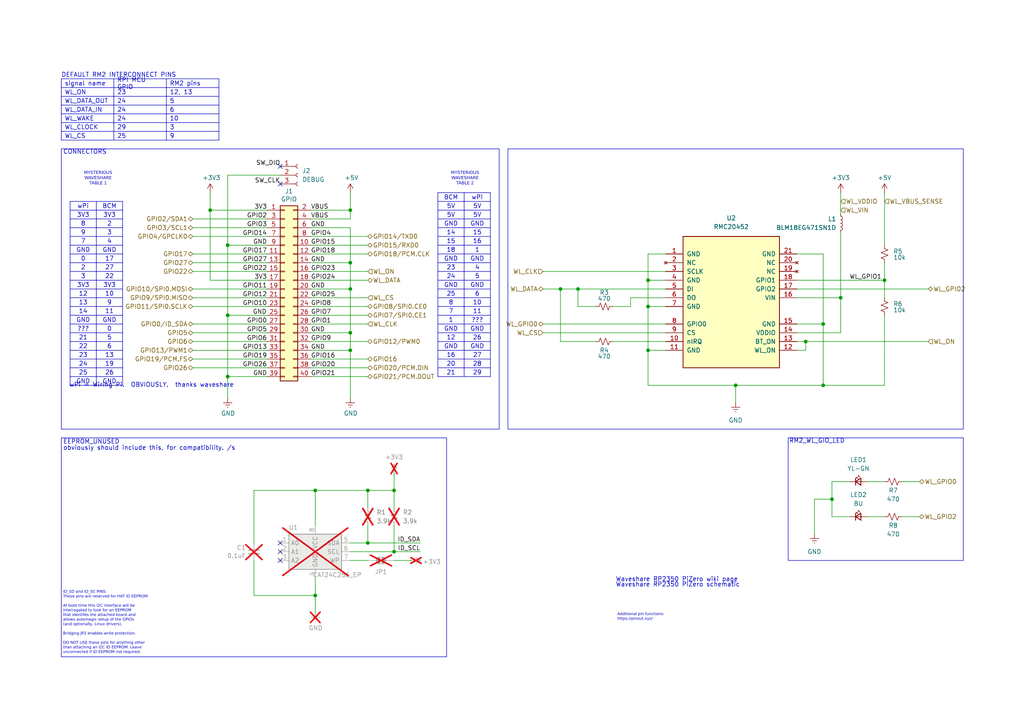
<source format=kicad_sch>
(kicad_sch (version 20250114) (generator "eeschema") (generator_version "9.0")
  (paper "A4")
  (title_block (date "15 nov 2012"))
  (lib_symbols
    (symbol "Connector:Conn_01x03_Socket" (pin_names (offset 1.016) (hide yes))
      (property "Reference" "J" (at 0 5.08 0))
      (property "Value" "Conn_01x03_Socket" (at 0 -5.08 0))
      (symbol "Conn_01x03_Socket_1_1"
        (pin passive line (at -5.08 2.54 0) (length 3.81) (name "Pin_1") (number "1"))
        (pin passive line (at -5.08 0 0) (length 3.81) (name "Pin_2") (number "2"))
        (pin passive line (at -5.08 -2.54 0) (length 3.81) (name "Pin_3") (number "3"))
      )
    )
    (symbol "Connector_Generic:Conn_02x20_Odd_Even" (pin_names (offset 1.016) (hide yes))
      (property "Reference" "J" (at 1.27 25.4 0))
      (property "Value" "Conn_02x20_Odd_Even" (at 1.27 -27.94 0))
      (symbol "Conn_02x20_Odd_Even_1_1"
        (pin passive line (at -5.08 22.86 0) (length 3.81) (name "Pin_1") (number "1"))
        (pin passive line (at -5.08 20.32 0) (length 3.81) (name "Pin_3") (number "3"))
        (pin passive line (at -5.08 17.78 0) (length 3.81) (name "Pin_5") (number "5"))
        (pin passive line (at -5.08 15.24 0) (length 3.81) (name "Pin_7") (number "7"))
        (pin passive line (at -5.08 12.7 0) (length 3.81) (name "Pin_9") (number "9"))
        (pin passive line (at -5.08 10.16 0) (length 3.81) (name "Pin_11") (number "11"))
        (pin passive line (at -5.08 7.62 0) (length 3.81) (name "Pin_13") (number "13"))
        (pin passive line (at -5.08 5.08 0) (length 3.81) (name "Pin_15") (number "15"))
        (pin passive line (at -5.08 2.54 0) (length 3.81) (name "Pin_17") (number "17"))
        (pin passive line (at -5.08 0 0) (length 3.81) (name "Pin_19") (number "19"))
        (pin passive line (at -5.08 -2.54 0) (length 3.81) (name "Pin_21") (number "21"))
        (pin passive line (at -5.08 -5.08 0) (length 3.81) (name "Pin_23") (number "23"))
        (pin passive line (at -5.08 -7.62 0) (length 3.81) (name "Pin_25") (number "25"))
        (pin passive line (at -5.08 -10.16 0) (length 3.81) (name "Pin_27") (number "27"))
        (pin passive line (at -5.08 -12.7 0) (length 3.81) (name "Pin_29") (number "29"))
        (pin passive line (at -5.08 -15.24 0) (length 3.81) (name "Pin_31") (number "31"))
        (pin passive line (at -5.08 -17.78 0) (length 3.81) (name "Pin_33") (number "33"))
        (pin passive line (at -5.08 -20.32 0) (length 3.81) (name "Pin_35") (number "35"))
        (pin passive line (at -5.08 -22.86 0) (length 3.81) (name "Pin_37") (number "37"))
        (pin passive line (at -5.08 -25.4 0) (length 3.81) (name "Pin_39") (number "39"))
        (pin passive line (at 7.62 22.86 180) (length 3.81) (name "Pin_2") (number "2"))
        (pin passive line (at 7.62 20.32 180) (length 3.81) (name "Pin_4") (number "4"))
        (pin passive line (at 7.62 17.78 180) (length 3.81) (name "Pin_6") (number "6"))
        (pin passive line (at 7.62 15.24 180) (length 3.81) (name "Pin_8") (number "8"))
        (pin passive line (at 7.62 12.7 180) (length 3.81) (name "Pin_10") (number "10"))
        (pin passive line (at 7.62 10.16 180) (length 3.81) (name "Pin_12") (number "12"))
        (pin passive line (at 7.62 7.62 180) (length 3.81) (name "Pin_14") (number "14"))
        (pin passive line (at 7.62 5.08 180) (length 3.81) (name "Pin_16") (number "16"))
        (pin passive line (at 7.62 2.54 180) (length 3.81) (name "Pin_18") (number "18"))
        (pin passive line (at 7.62 0 180) (length 3.81) (name "Pin_20") (number "20"))
        (pin passive line (at 7.62 -2.54 180) (length 3.81) (name "Pin_22") (number "22"))
        (pin passive line (at 7.62 -5.08 180) (length 3.81) (name "Pin_24") (number "24"))
        (pin passive line (at 7.62 -7.62 180) (length 3.81) (name "Pin_26") (number "26"))
        (pin passive line (at 7.62 -10.16 180) (length 3.81) (name "Pin_28") (number "28"))
        (pin passive line (at 7.62 -12.7 180) (length 3.81) (name "Pin_30") (number "30"))
        (pin passive line (at 7.62 -15.24 180) (length 3.81) (name "Pin_32") (number "32"))
        (pin passive line (at 7.62 -17.78 180) (length 3.81) (name "Pin_34") (number "34"))
        (pin passive line (at 7.62 -20.32 180) (length 3.81) (name "Pin_36") (number "36"))
        (pin passive line (at 7.62 -22.86 180) (length 3.81) (name "Pin_38") (number "38"))
        (pin passive line (at 7.62 -25.4 180) (length 3.81) (name "Pin_40") (number "40"))
      )
    )
    (symbol "Device:C_Small_US" (pin_numbers (hide yes)) (pin_names (offset 0.254) (hide yes))
      (property "Reference" "C" (at 0.254 1.778 0))
      (property "Value" "C_Small_US" (at 0.254 -2.032 0))
      (symbol "C_Small_US_1_1"
        (pin passive line (at 0 2.54 270) (length 2.032) (name "~") (number "1"))
        (pin passive line (at 0 -2.54 90) (length 2.032) (name "~") (number "2"))
      )
    )
    (symbol "Device:L_Small" (pin_numbers (hide yes)) (pin_names (offset 0.254) (hide yes))
      (property "Reference" "L" (at 0.762 1.016 0))
      (property "Value" "L_Small" (at 0.762 -1.016 0))
      (symbol "L_Small_1_1"
        (pin passive line (at 0 2.54 270) (length 0.508) (name "~") (number "1"))
        (pin passive line (at 0 -2.54 90) (length 0.508) (name "~") (number "2"))
      )
    )
    (symbol "Device:R_Small_US" (pin_numbers (hide yes)) (pin_names (offset 0.254) (hide yes))
      (property "Reference" "R" (at 0.762 0.508 0))
      (property "Value" "R_Small_US" (at 0.762 -1.016 0))
      (symbol "R_Small_US_1_1"
        (pin passive line (at 0 2.54 270) (length 1.016) (name "~") (number "1"))
        (pin passive line (at 0 -2.54 90) (length 1.016) (name "~") (number "2"))
      )
    )
    (symbol "GND_1" (power) (pin_numbers (hide yes)) (pin_names (offset 0) (hide yes))
      (property "Value" "GND" (at 0 -3.81 0))
      (symbol "GND_1_1_1"
        (pin power_in line (at 0 0 270) (length 0) (name "~") (number "1"))
      )
    )
    (symbol "GND_2" (power) (pin_numbers (hide yes)) (pin_names (offset 0) (hide yes))
      (property "Value" "GND" (at 0 -3.81 0))
      (symbol "GND_2_1_1"
        (pin power_in line (at 0 0 270) (length 0) (name "~") (number "1"))
      )
    )
    (symbol "GND_3" (power) (pin_numbers (hide yes)) (pin_names (offset 0) (hide yes))
      (property "Value" "GND" (at 0 -3.81 0))
      (symbol "GND_3_1_1"
        (pin power_in line (at 0 0 270) (length 0) (name "~") (number "1"))
      )
    )
    (symbol "GND_4" (power) (pin_numbers (hide yes)) (pin_names (offset 0) (hide yes))
      (property "Value" "GND" (at 0 -3.81 0))
      (symbol "GND_4_1_1"
        (pin power_in line (at 0 0 270) (length 0) (name "~") (number "1"))
      )
    )
    (symbol "Jumper:SolderJumper_2_Open" (pin_numbers (hide yes)) (pin_names (offset 0) (hide yes)) (in_bom no)
      (property "Reference" "JP" (at 0 2.032 0))
      (property "Value" "SolderJumper_2_Open" (at 0 -2.54 0))
      (symbol "SolderJumper_2_Open_1_1"
        (pin passive line (at -3.81 0 0) (length 2.54) (name "A") (number "1"))
        (pin passive line (at 3.81 0 180) (length 2.54) (name "B") (number "2"))
      )
    )
    (symbol "bad-symbol-edits:CAT24C256_EP"
      (property "Reference" "U1" (at -6.35 7.0042 0))
      (property "Value" "CAT24C256_EP" (at 6.35 -6.7245 0))
      (symbol "CAT24C256_EP_1_1"
        (pin input line (at -10.16 2.54 0) (length 2.54) (name "A0") (number "1"))
        (pin input line (at -10.16 0 0) (length 2.54) (name "A1") (number "2"))
        (pin input line (at -10.16 -2.54 0) (length 2.54) (name "A2") (number "3"))
        (pin power_in line (at 0 7.62 270) (length 2.54) (name "VCC") (number "8"))
        (pin power_in line (at 0 -7.62 90) (length 2.54) (name "GND") (number "4"))
        (pin power_in line (at 0 -7.62 90) (length 2.54) (hide yes) (name "EP") (number "9"))
        (pin bidirectional line (at 10.16 2.54 180) (length 2.54) (name "SDA") (number "5"))
        (pin input line (at 10.16 0 180) (length 2.54) (name "SCL") (number "6"))
        (pin input line (at 10.16 -2.54 180) (length 2.54) (name "WP") (number "7"))
      )
    )
    (symbol "bad-symbol-edits:GND" (power) (pin_numbers (hide yes)) (pin_names (offset 0) (hide yes))
      (property "Value" "GND" (at 0 -3.81 0))
      (symbol "GND_1_1"
        (pin power_in line (at 0 0 270) (length 0) (name "~") (number "1"))
      )
    )
    (symbol "bad-symbol-edits:RPI_RMC20452T_edit" (pin_names (offset 1.016))
      (property "Reference" "A" (at 13.97 4.064 0))
      (property "Value" "RMC20452" (at 13.97 2.032 0))
      (symbol "RPI_RMC20452T_edit_1_0"
        (pin output line (at -5.08 -17.78 0) (length 5.08) (name "DO") (number "6"))
        (pin power_in line (at -5.08 -20.32 0) (length 5.08) (name "GND") (number "7"))
        (pin bidirectional line (at -5.08 -25.4 0) (length 5.08) (name "GPIO0") (number "8"))
        (pin input line (at -5.08 -27.94 0) (length 5.08) (name "CS") (number "9"))
        (pin output line (at -5.08 -30.48 0) (length 5.08) (name "nIRQ") (number "10"))
        (pin power_in line (at -5.08 -33.02 0) (length 5.08) (name "GND") (number "11"))
        (pin power_in line (at 33.02 -5.08 180) (length 5.08) (name "GND") (number "21"))
        (pin bidirectional line (at 33.02 -12.7 180) (length 5.08) (name "GPIO1") (number "18"))
        (pin bidirectional line (at 33.02 -15.24 180) (length 5.08) (name "GPIO2") (number "17"))
        (pin power_in line (at 33.02 -17.78 180) (length 5.08) (name "VIN") (number "16"))
        (pin power_in line (at 33.02 -25.4 180) (length 5.08) (name "GND") (number "15"))
        (pin power_in line (at 33.02 -27.94 180) (length 5.08) (name "VDDIO") (number "14"))
        (pin input line (at 33.02 -30.48 180) (length 5.08) (name "BT_ON") (number "13"))
        (pin input line (at 33.02 -33.02 180) (length 5.08) (name "WL_ON") (number "12"))
      )
      (symbol "RPI_RMC20452T_edit_1_1"
        (pin power_in line (at -5.08 -5.08 0) (length 5.08) (name "GND") (number "1"))
        (pin no_connect line (at -5.08 -7.62 0) (length 5.08) (name "NC") (number "2"))
        (pin input line (at -5.08 -10.16 0) (length 5.08) (name "SCLK") (number "3"))
        (pin power_in line (at -5.08 -12.7 0) (length 5.08) (name "GND") (number "4"))
        (pin input line (at -5.08 -15.24 0) (length 5.08) (name "DI") (number "5"))
        (pin no_connect line (at 33.02 -7.62 180) (length 5.08) (name "NC") (number "20"))
        (pin no_connect line (at 33.02 -10.16 180) (length 5.08) (name "NC") (number "19"))
      )
    )
    (symbol "leds-added:599-0060-007F" (pin_numbers (hide yes)) (pin_names (offset 0.762) (hide yes))
      (property "Reference" "LED" (at 0 5.334 0))
      (property "Value" "599-0060-007F" (at 0 2.794 0))
      (symbol "599-0060-007F_1_1"
        (pin passive line (at 0 0 0) (length 1.778) (name "K") (number "1"))
        (pin passive line (at 5.08 0 180) (length 1.778) (name "A") (number "2"))
      )
    )
    (symbol "leds-added:599-0090-137F" (pin_numbers (hide yes)) (pin_names (offset 0.762) (hide yes))
      (property "Reference" "LED2" (at 2.6035 6.35 0))
      (property "Value" "BU" (at 2.6035 3.81 0))
      (symbol "599-0090-137F_1_1"
        (pin passive line (at 0 0 0) (length 1.778) (name "K") (number "1"))
        (pin passive line (at 5.08 0 180) (length 1.778) (name "A") (number "2"))
      )
    )
    (symbol "power:+3.3V" (power) (pin_numbers (hide yes)) (pin_names (offset 0) (hide yes))
      (property "Value" "+3.3V" (at 0 3.556 0))
      (symbol "+3.3V_1_1"
        (pin power_in line (at 0 0 90) (length 0) (name "~") (number "1"))
      )
    )
    (symbol "power:+3V3" (power) (pin_numbers (hide yes)) (pin_names (offset 0) (hide yes))
      (property "Value" "+3V3" (at 0 3.556 0))
      (symbol "+3V3_1_1"
        (pin power_in line (at 0 0 90) (length 0) (name "~") (number "1"))
      )
    )
    (symbol "power:+5V" (power) (pin_numbers (hide yes)) (pin_names (offset 0) (hide yes))
      (property "Value" "+5V" (at 0 3.556 0))
      (symbol "+5V_1_1"
        (pin power_in line (at 0 0 90) (length 0) (name "~") (number "1"))
      )
    )
  )
  (bus_alias "ANALOG" (members "ADC_VREF" "AGND" "GPIO26" "GPIO27" "GPIO28"))
  (bus_alias "GPIO[0..15]" (members "GPIO0" "GPIO1" "GPIO2" "GPIO3" "GPIO4" "GPIO5" "GPIO6" "GPIO7" "GPIO8" "GPIO9" "GPIO10" "GPIO11" "GPIO12" "GPIO13" "GPIO14" "GPIO15"))
  (bus_alias "GPIO[16..28" (members "3V3_EN" "ADC_VREF" "RUN" "GPIO28" "GPIO27" "GPIO26" "GPIO22" "GPIO21" "GPIO20" "GPIO19" "GPIO18" "GPIO17" "GPIO16"))
  (rectangle (start 228.6 127) (end 279.4 162.56))
  (rectangle (start 147.32 43.18) (end 279.4 124.46))
  (rectangle (start 17.78 127) (end 129.54 190.5))
  (rectangle (start 17.78 43.18) (end 144.78 124.46))
  (text "wPi = Wiring Pi.  OBVIOUSLY.  thanks waveshare" (at 20.066 111.76 0) (effects (font (size 1.27 1.27)) (justify left)))
  (text "MYSTERIOUS\nWAVESHARE\nTABLE 2\n" (at 134.874 52.07 0) (effects (font (size 0.9 0.9))))
  (text "obviously should include this, for compatibility. /s\n" (at 18.288 130.048 0) (effects (font (size 1.27 1.27)) (justify left)))
  (text "Waveshare RP2350 PiZero schematic" (at 178.562 169.672 0) (effects (font (size 1.27 1.27)) (justify left)))
  (text "Waveshare RP2350 PiZero wiki page" (at 178.562 168.148 0) (effects (font (size 1.27 1.27)) (justify left)))
  (text "ID_SD and ID_SC PINS:\nThese pins are reserved for HAT ID EEPROM.\n\nAt boot time this I2C interface will be\ninterrogated to look for an EEPROM\nthat identifes the attached board and\nallows automagic setup of the GPIOs\n(and optionally, Linux drivers).\n\nBridging JP1 enables write protection.\n\nDO NOT USE these pins for anything other\nthan attaching an I2C ID EEPROM. Leave\nunconnected if ID EEPROM not required." (at 18.288 189.992 0) (effects (font (size 0.8 0.8)) (justify left bottom)))
  (text "EEPROM_UNUSED" (at 18.288 127.508 0) (effects (font (size 1.27 1.27)) (justify left top)))
  (text "DEFAULT RM2 INTERCONNECT PINS" (at 17.78 22.606 0) (effects (font (size 1.27 1.27)) (justify left bottom)))
  (text "RM2_WL_GIO_LED" (at 228.854 127.254 0) (effects (font (size 1.27 1.27)) (justify left top)))
  (text "MYSTERIOUS\nWAVESHARE\nTABLE 1\n" (at 28.448 52.07 0) (effects (font (size 0.9 0.9))))
  (text "CONNECTORS" (at 18.288 43.434 0) (effects (font (size 1.27 1.27)) (justify left top)))
  (text "Additional pin functions:\nhttps://pinout.xyz/" (at 179.07 180.34 0) (effects (font (size 0.8 0.8)) (justify left bottom)))
  (junction (at 233.68 99.06))
  (junction (at 66.04 71.12))
  (junction (at 114.3 142.24))
  (junction (at 101.6 83.82))
  (junction (at 187.96 101.6))
  (junction (at 101.6 60.96))
  (junction (at 106.68 157.48))
  (junction (at 91.44 172.72))
  (junction (at 101.6 96.52))
  (junction (at 213.36 111.76))
  (junction (at 101.6 76.2))
  (junction (at 256.54 81.28))
  (junction (at 167.64 83.82))
  (junction (at 91.44 142.24))
  (junction (at 106.68 142.24))
  (junction (at 66.04 109.22))
  (junction (at 187.96 88.9))
  (junction (at 60.96 60.96))
  (junction (at 243.84 86.36))
  (junction (at 66.04 91.44))
  (junction (at 238.76 111.76))
  (junction (at 162.56 83.82))
  (junction (at 114.3 160.02))
  (junction (at 187.96 81.28))
  (junction (at 101.6 101.6))
  (junction (at 238.76 93.98))
  (junction (at 241.3 144.78))
  (no_connect (at 81.28 157.48))
  (no_connect (at 81.28 160.02))
  (no_connect (at 81.28 162.56))
  (no_connect (at 81.28 48.26))
  (no_connect (at 81.28 53.34))
  (wire (pts (xy 213.36 111.76) (xy 213.36 116.84)))
  (wire (pts (xy 66.04 50.8) (xy 66.04 71.12)))
  (wire (pts (xy 77.47 73.66) (xy 55.88 73.66)))
  (wire (pts (xy 73.66 142.24) (xy 91.44 142.24)))
  (wire (pts (xy 114.3 137.16) (xy 114.3 142.24)))
  (wire (pts (xy 261.62 139.7) (xy 266.7 139.7)))
  (wire (pts (xy 106.68 142.24) (xy 114.3 142.24)))
  (wire (pts (xy 243.84 55.88) (xy 243.84 62.23)))
  (wire (pts (xy 90.17 109.22) (xy 106.68 109.22)))
  (wire (pts (xy 101.6 60.96) (xy 101.6 63.5)))
  (wire (pts (xy 231.14 93.98) (xy 238.76 93.98)))
  (wire (pts (xy 90.17 76.2) (xy 101.6 76.2)))
  (wire (pts (xy 90.17 66.04) (xy 101.6 66.04)))
  (wire (pts (xy 187.96 73.66) (xy 187.96 81.28)))
  (wire (pts (xy 256.54 81.28) (xy 256.54 76.2)))
  (wire (pts (xy 90.17 106.68) (xy 106.68 106.68)))
  (wire (pts (xy 238.76 93.98) (xy 238.76 111.76)))
  (wire (pts (xy 167.64 88.9) (xy 167.64 83.82)))
  (wire (pts (xy 182.88 86.36) (xy 193.04 86.36)))
  (wire (pts (xy 90.17 86.36) (xy 106.68 86.36)))
  (wire (pts (xy 101.6 157.48) (xy 106.68 157.48)))
  (wire (pts (xy 66.04 71.12) (xy 77.47 71.12)))
  (wire (pts (xy 101.6 162.56) (xy 106.68 162.56)))
  (wire (pts (xy 114.3 162.56) (xy 119.38 162.56)))
  (wire (pts (xy 77.47 93.98) (xy 55.88 93.98)))
  (wire (pts (xy 55.88 96.52) (xy 77.47 96.52)))
  (wire (pts (xy 106.68 157.48) (xy 121.92 157.48)))
  (wire (pts (xy 236.22 154.94) (xy 236.22 144.78)))
  (wire (pts (xy 90.17 63.5) (xy 101.6 63.5)))
  (wire (pts (xy 241.3 149.86) (xy 246.38 149.86)))
  (wire (pts (xy 243.84 67.31) (xy 243.84 86.36)))
  (wire (pts (xy 66.04 91.44) (xy 77.47 91.44)))
  (wire (pts (xy 187.96 81.28) (xy 193.04 81.28)))
  (wire (pts (xy 172.72 88.9) (xy 167.64 88.9)))
  (wire (pts (xy 101.6 101.6) (xy 101.6 115.57)))
  (wire (pts (xy 91.44 142.24) (xy 91.44 152.4)))
  (wire (pts (xy 101.6 76.2) (xy 101.6 83.82)))
  (wire (pts (xy 187.96 88.9) (xy 187.96 101.6)))
  (wire (pts (xy 90.17 71.12) (xy 106.68 71.12)))
  (wire (pts (xy 167.64 83.82) (xy 193.04 83.82)))
  (wire (pts (xy 66.04 71.12) (xy 66.04 91.44)))
  (wire (pts (xy 55.88 76.2) (xy 77.47 76.2)))
  (wire (pts (xy 114.3 152.4) (xy 114.3 160.02)))
  (wire (pts (xy 90.17 81.28) (xy 106.68 81.28)))
  (wire (pts (xy 60.96 55.88) (xy 60.96 60.96)))
  (wire (pts (xy 162.56 83.82) (xy 162.56 99.06)))
  (wire (pts (xy 182.88 86.36) (xy 182.88 88.9)))
  (wire (pts (xy 55.88 66.04) (xy 77.47 66.04)))
  (wire (pts (xy 243.84 86.36) (xy 243.84 96.52)))
  (wire (pts (xy 231.14 99.06) (xy 233.68 99.06)))
  (wire (pts (xy 251.46 149.86) (xy 256.54 149.86)))
  (wire (pts (xy 55.88 88.9) (xy 77.47 88.9)))
  (wire (pts (xy 157.48 83.82) (xy 162.56 83.82)))
  (wire (pts (xy 182.88 88.9) (xy 177.8 88.9)))
  (wire (pts (xy 60.96 81.28) (xy 77.47 81.28)))
  (wire (pts (xy 77.47 63.5) (xy 55.88 63.5)))
  (wire (pts (xy 157.48 78.74) (xy 193.04 78.74)))
  (wire (pts (xy 101.6 55.88) (xy 101.6 60.96)))
  (wire (pts (xy 90.17 104.14) (xy 106.68 104.14)))
  (wire (pts (xy 162.56 83.82) (xy 167.64 83.82)))
  (wire (pts (xy 90.17 93.98) (xy 106.68 93.98)))
  (wire (pts (xy 241.3 139.7) (xy 241.3 144.78)))
  (wire (pts (xy 231.14 86.36) (xy 243.84 86.36)))
  (wire (pts (xy 177.8 99.06) (xy 193.04 99.06)))
  (wire (pts (xy 55.88 68.58) (xy 77.47 68.58)))
  (wire (pts (xy 106.68 142.24) (xy 106.68 147.32)))
  (wire (pts (xy 157.48 93.98) (xy 193.04 93.98)))
  (wire (pts (xy 106.68 152.4) (xy 106.68 157.48)))
  (wire (pts (xy 60.96 60.96) (xy 60.96 81.28)))
  (wire (pts (xy 90.17 73.66) (xy 106.68 73.66)))
  (wire (pts (xy 233.68 99.06) (xy 269.24 99.06)))
  (wire (pts (xy 101.6 160.02) (xy 114.3 160.02)))
  (wire (pts (xy 81.28 50.8) (xy 66.04 50.8)))
  (wire (pts (xy 90.17 83.82) (xy 101.6 83.82)))
  (wire (pts (xy 246.38 139.7) (xy 241.3 139.7)))
  (wire (pts (xy 55.88 78.74) (xy 77.47 78.74)))
  (wire (pts (xy 55.88 86.36) (xy 77.47 86.36)))
  (wire (pts (xy 261.62 149.86) (xy 266.7 149.86)))
  (wire (pts (xy 90.17 60.96) (xy 101.6 60.96)))
  (wire (pts (xy 231.14 96.52) (xy 243.84 96.52)))
  (wire (pts (xy 231.14 81.28) (xy 256.54 81.28)))
  (wire (pts (xy 251.46 139.7) (xy 256.54 139.7)))
  (wire (pts (xy 91.44 142.24) (xy 106.68 142.24)))
  (wire (pts (xy 193.04 73.66) (xy 187.96 73.66)))
  (wire (pts (xy 55.88 99.06) (xy 77.47 99.06)))
  (wire (pts (xy 187.96 111.76) (xy 213.36 111.76)))
  (wire (pts (xy 236.22 144.78) (xy 241.3 144.78)))
  (wire (pts (xy 233.68 101.6) (xy 231.14 101.6)))
  (wire (pts (xy 55.88 104.14) (xy 77.47 104.14)))
  (wire (pts (xy 91.44 172.72) (xy 91.44 177.8)))
  (wire (pts (xy 187.96 81.28) (xy 187.96 88.9)))
  (wire (pts (xy 90.17 68.58) (xy 106.68 68.58)))
  (wire (pts (xy 66.04 109.22) (xy 77.47 109.22)))
  (wire (pts (xy 90.17 91.44) (xy 106.68 91.44)))
  (wire (pts (xy 101.6 83.82) (xy 101.6 96.52)))
  (wire (pts (xy 241.3 144.78) (xy 241.3 149.86)))
  (wire (pts (xy 238.76 111.76) (xy 256.54 111.76)))
  (wire (pts (xy 114.3 160.02) (xy 121.92 160.02)))
  (wire (pts (xy 256.54 81.28) (xy 256.54 86.36)))
  (wire (pts (xy 90.17 101.6) (xy 101.6 101.6)))
  (wire (pts (xy 55.88 106.68) (xy 77.47 106.68)))
  (wire (pts (xy 187.96 101.6) (xy 193.04 101.6)))
  (wire (pts (xy 90.17 96.52) (xy 101.6 96.52)))
  (wire (pts (xy 231.14 73.66) (xy 238.76 73.66)))
  (wire (pts (xy 238.76 73.66) (xy 238.76 93.98)))
  (wire (pts (xy 187.96 88.9) (xy 193.04 88.9)))
  (wire (pts (xy 213.36 111.76) (xy 238.76 111.76)))
  (wire (pts (xy 73.66 142.24) (xy 73.66 157.48)))
  (wire (pts (xy 73.66 162.56) (xy 73.66 172.72)))
  (wire (pts (xy 73.66 172.72) (xy 91.44 172.72)))
  (wire (pts (xy 256.54 91.44) (xy 256.54 111.76)))
  (wire (pts (xy 91.44 167.64) (xy 91.44 172.72)))
  (wire (pts (xy 231.14 83.82) (xy 269.24 83.82)))
  (wire (pts (xy 101.6 66.04) (xy 101.6 76.2)))
  (wire (pts (xy 66.04 91.44) (xy 66.04 109.22)))
  (wire (pts (xy 77.47 101.6) (xy 55.88 101.6)))
  (wire (pts (xy 256.54 55.88) (xy 256.54 71.12)))
  (wire (pts (xy 162.56 99.06) (xy 172.72 99.06)))
  (wire (pts (xy 157.48 96.52) (xy 193.04 96.52)))
  (wire (pts (xy 101.6 96.52) (xy 101.6 101.6)))
  (wire (pts (xy 90.17 78.74) (xy 106.68 78.74)))
  (wire (pts (xy 90.17 88.9) (xy 106.68 88.9)))
  (wire (pts (xy 233.68 99.06) (xy 233.68 101.6)))
  (wire (pts (xy 60.96 60.96) (xy 77.47 60.96)))
  (wire (pts (xy 90.17 99.06) (xy 106.68 99.06)))
  (wire (pts (xy 66.04 109.22) (xy 66.04 115.57)))
  (wire (pts (xy 187.96 101.6) (xy 187.96 111.76)))
  (wire (pts (xy 77.47 83.82) (xy 55.88 83.82)))
  (wire (pts (xy 114.3 142.24) (xy 114.3 147.32)))
  (table (column_count 2) (border (external yes) (header yes)) (separators (rows yes) (cols yes)) (column_widths 7.62 7.62) (row_heights 2.54 2.54 2.54 2.54 2.54 2.54 2.54 2.54 2.54 2.54 2.54 2.54 2.54 2.54 2.54 2.54 2.54 2.54 2.54 2.54 2.54) (cells (table_cell "wPi" (at 20.32 58.42 0) (size 7.62 2.54) (margins 0.9525 0.9525 0.9525 0.9525) (span 1 1)) (table_cell "BCM" (at 27.94 58.42 0) (size 7.62 2.54) (margins 0.9525 0.9525 0.9525 0.9525) (span 1 1)) (table_cell "3V3" (at 20.32 60.96 0) (size 7.62 2.54) (margins 0.9525 0.9525 0.9525 0.9525) (span 1 1)) (table_cell "3V3" (at 27.94 60.96 0) (size 7.62 2.54) (margins 0.9525 0.9525 0.9525 0.9525) (span 1 1)) (table_cell "8" (at 20.32 63.5 0) (size 7.62 2.54) (margins 0.9525 0.9525 0.9525 0.9525) (span 1 1)) (table_cell "2" (at 27.94 63.5 0) (size 7.62 2.54) (margins 0.9525 0.9525 0.9525 0.9525) (span 1 1)) (table_cell "9" (at 20.32 66.04 0) (size 7.62 2.54) (margins 0.9525 0.9525 0.9525 0.9525) (span 1 1)) (table_cell "3" (at 27.94 66.04 0) (size 7.62 2.54) (margins 0.9525 0.9525 0.9525 0.9525) (span 1 1)) (table_cell "7" (at 20.32 68.58 0) (size 7.62 2.54) (margins 0.9525 0.9525 0.9525 0.9525) (span 1 1)) (table_cell "4" (at 27.94 68.58 0) (size 7.62 2.54) (margins 0.9525 0.9525 0.9525 0.9525) (span 1 1)) (table_cell "GND" (at 20.32 71.12 0) (size 7.62 2.54) (margins 0.9525 0.9525 0.9525 0.9525) (span 1 1)) (table_cell "GND" (at 27.94 71.12 0) (size 7.62 2.54) (margins 0.9525 0.9525 0.9525 0.9525) (span 1 1)) (table_cell "0" (at 20.32 73.66 0) (size 7.62 2.54) (margins 0.9525 0.9525 0.9525 0.9525) (span 1 1)) (table_cell "17" (at 27.94 73.66 0) (size 7.62 2.54) (margins 0.9525 0.9525 0.9525 0.9525) (span 1 1)) (table_cell "2" (at 20.32 76.2 0) (size 7.62 2.54) (margins 0.9525 0.9525 0.9525 0.9525) (span 1 1)) (table_cell "27" (at 27.94 76.2 0) (size 7.62 2.54) (margins 0.9525 0.9525 0.9525 0.9525) (span 1 1)) (table_cell "3" (at 20.32 78.74 0) (size 7.62 2.54) (margins 0.9525 0.9525 0.9525 0.9525) (span 1 1)) (table_cell "22" (at 27.94 78.74 0) (size 7.62 2.54) (margins 0.9525 0.9525 0.9525 0.9525) (span 1 1)) (table_cell "3V3" (at 20.32 81.28 0) (size 7.62 2.54) (margins 0.9525 0.9525 0.9525 0.9525) (span 1 1)) (table_cell "3V3" (at 27.94 81.28 0) (size 7.62 2.54) (margins 0.9525 0.9525 0.9525 0.9525) (span 1 1)) (table_cell "12" (at 20.32 83.82 0) (size 7.62 2.54) (margins 0.9525 0.9525 0.9525 0.9525) (span 1 1)) (table_cell "10" (at 27.94 83.82 0) (size 7.62 2.54) (margins 0.9525 0.9525 0.9525 0.9525) (span 1 1)) (table_cell "13" (at 20.32 86.36 0) (size 7.62 2.54) (margins 0.9525 0.9525 0.9525 0.9525) (span 1 1)) (table_cell "9" (at 27.94 86.36 0) (size 7.62 2.54) (margins 0.9525 0.9525 0.9525 0.9525) (span 1 1)) (table_cell "14" (at 20.32 88.9 0) (size 7.62 2.54) (margins 0.9525 0.9525 0.9525 0.9525) (span 1 1)) (table_cell "11" (at 27.94 88.9 0) (size 7.62 2.54) (margins 0.9525 0.9525 0.9525 0.9525) (span 1 1)) (table_cell "GND" (at 20.32 91.44 0) (size 7.62 2.54) (margins 0.9525 0.9525 0.9525 0.9525) (span 1 1)) (table_cell "GND" (at 27.94 91.44 0) (size 7.62 2.54) (margins 0.9525 0.9525 0.9525 0.9525) (span 1 1)) (table_cell "???" (at 20.32 93.98 0) (size 7.62 2.54) (margins 0.9525 0.9525 0.9525 0.9525) (span 1 1)) (table_cell "0" (at 27.94 93.98 0) (size 7.62 2.54) (margins 0.9525 0.9525 0.9525 0.9525) (span 1 1)) (table_cell "21" (at 20.32 96.52 0) (size 7.62 2.54) (margins 0.9525 0.9525 0.9525 0.9525) (span 1 1)) (table_cell "5" (at 27.94 96.52 0) (size 7.62 2.54) (margins 0.9525 0.9525 0.9525 0.9525) (span 1 1)) (table_cell "22" (at 20.32 99.06 0) (size 7.62 2.54) (margins 0.9525 0.9525 0.9525 0.9525) (span 1 1)) (table_cell "6" (at 27.94 99.06 0) (size 7.62 2.54) (margins 0.9525 0.9525 0.9525 0.9525) (span 1 1)) (table_cell "23" (at 20.32 101.6 0) (size 7.62 2.54) (margins 0.9525 0.9525 0.9525 0.9525) (span 1 1)) (table_cell "13" (at 27.94 101.6 0) (size 7.62 2.54) (margins 0.9525 0.9525 0.9525 0.9525) (span 1 1)) (table_cell "24" (at 20.32 104.14 0) (size 7.62 2.54) (margins 0.9525 0.9525 0.9525 0.9525) (span 1 1)) (table_cell "19" (at 27.94 104.14 0) (size 7.62 2.54) (margins 0.9525 0.9525 0.9525 0.9525) (span 1 1)) (table_cell "25" (at 20.32 106.68 0) (size 7.62 2.54) (margins 0.9525 0.9525 0.9525 0.9525) (span 1 1)) (table_cell "26" (at 27.94 106.68 0) (size 7.62 2.54) (margins 0.9525 0.9525 0.9525 0.9525) (span 1 1)) (table_cell "GND" (at 20.32 109.22 0) (size 7.62 2.54) (margins 0.9525 0.9525 0.9525 0.9525) (span 1 1)) (table_cell "GND" (at 27.94 109.22 0) (size 7.62 2.54) (margins 0.9525 0.9525 0.9525 0.9525) (span 1 1))))
  (table (column_count 2) (border (external yes) (header yes)) (separators (rows yes) (cols yes)) (column_widths 7.62 7.62) (row_heights 2.54 2.54 2.54 2.54 2.54 2.54 2.54 2.54 2.54 2.54 2.54 2.54 2.54 2.54 2.54 2.54 2.54 2.54 2.54 2.54 2.54) (cells (table_cell "BCM" (at 127 55.88 0) (size 7.62 2.54) (margins 0.9525 0.9525 0.9525 0.9525) (span 1 1)) (table_cell "wPi" (at 134.62 55.88 0) (size 7.62 2.54) (margins 0.9525 0.9525 0.9525 0.9525) (span 1 1)) (table_cell "5V" (at 127 58.42 0) (size 7.62 2.54) (margins 0.9525 0.9525 0.9525 0.9525) (span 1 1)) (table_cell "5V" (at 134.62 58.42 0) (size 7.62 2.54) (margins 0.9525 0.9525 0.9525 0.9525) (span 1 1)) (table_cell "5V" (at 127 60.96 0) (size 7.62 2.54) (margins 0.9525 0.9525 0.9525 0.9525) (span 1 1)) (table_cell "5V" (at 134.62 60.96 0) (size 7.62 2.54) (margins 0.9525 0.9525 0.9525 0.9525) (span 1 1)) (table_cell "GND" (at 127 63.5 0) (size 7.62 2.54) (margins 0.9525 0.9525 0.9525 0.9525) (span 1 1)) (table_cell "GND" (at 134.62 63.5 0) (size 7.62 2.54) (margins 0.9525 0.9525 0.9525 0.9525) (span 1 1)) (table_cell "14" (at 127 66.04 0) (size 7.62 2.54) (margins 0.9525 0.9525 0.9525 0.9525) (span 1 1)) (table_cell "15" (at 134.62 66.04 0) (size 7.62 2.54) (margins 0.9525 0.9525 0.9525 0.9525) (span 1 1)) (table_cell "15" (at 127 68.58 0) (size 7.62 2.54) (margins 0.9525 0.9525 0.9525 0.9525) (span 1 1)) (table_cell "16" (at 134.62 68.58 0) (size 7.62 2.54) (margins 0.9525 0.9525 0.9525 0.9525) (span 1 1)) (table_cell "18" (at 127 71.12 0) (size 7.62 2.54) (margins 0.9525 0.9525 0.9525 0.9525) (span 1 1)) (table_cell "1" (at 134.62 71.12 0) (size 7.62 2.54) (margins 0.9525 0.9525 0.9525 0.9525) (span 1 1)) (table_cell "GND" (at 127 73.66 0) (size 7.62 2.54) (margins 0.9525 0.9525 0.9525 0.9525) (span 1 1)) (table_cell "GND" (at 134.62 73.66 0) (size 7.62 2.54) (margins 0.9525 0.9525 0.9525 0.9525) (span 1 1)) (table_cell "23" (at 127 76.2 0) (size 7.62 2.54) (margins 0.9525 0.9525 0.9525 0.9525) (span 1 1)) (table_cell "4" (at 134.62 76.2 0) (size 7.62 2.54) (margins 0.9525 0.9525 0.9525 0.9525) (span 1 1)) (table_cell "24" (at 127 78.74 0) (size 7.62 2.54) (margins 0.9525 0.9525 0.9525 0.9525) (span 1 1)) (table_cell "5" (at 134.62 78.74 0) (size 7.62 2.54) (margins 0.9525 0.9525 0.9525 0.9525) (span 1 1)) (table_cell "GND" (at 127 81.28 0) (size 7.62 2.54) (margins 0.9525 0.9525 0.9525 0.9525) (span 1 1)) (table_cell "GND" (at 134.62 81.28 0) (size 7.62 2.54) (margins 0.9525 0.9525 0.9525 0.9525) (span 1 1)) (table_cell "25" (at 127 83.82 0) (size 7.62 2.54) (margins 0.9525 0.9525 0.9525 0.9525) (span 1 1)) (table_cell "6" (at 134.62 83.82 0) (size 7.62 2.54) (margins 0.9525 0.9525 0.9525 0.9525) (span 1 1)) (table_cell "8" (at 127 86.36 0) (size 7.62 2.54) (margins 0.9525 0.9525 0.9525 0.9525) (span 1 1)) (table_cell "10" (at 134.62 86.36 0) (size 7.62 2.54) (margins 0.9525 0.9525 0.9525 0.9525) (span 1 1)) (table_cell "7" (at 127 88.9 0) (size 7.62 2.54) (margins 0.9525 0.9525 0.9525 0.9525) (span 1 1)) (table_cell "11" (at 134.62 88.9 0) (size 7.62 2.54) (margins 0.9525 0.9525 0.9525 0.9525) (span 1 1)) (table_cell "1" (at 127 91.44 0) (size 7.62 2.54) (margins 0.9525 0.9525 0.9525 0.9525) (span 1 1)) (table_cell "???" (at 134.62 91.44 0) (size 7.62 2.54) (margins 0.9525 0.9525 0.9525 0.9525) (span 1 1)) (table_cell "GND" (at 127 93.98 0) (size 7.62 2.54) (margins 0.9525 0.9525 0.9525 0.9525) (span 1 1)) (table_cell "GND" (at 134.62 93.98 0) (size 7.62 2.54) (margins 0.9525 0.9525 0.9525 0.9525) (span 1 1)) (table_cell "12" (at 127 96.52 0) (size 7.62 2.54) (margins 0.9525 0.9525 0.9525 0.9525) (span 1 1)) (table_cell "26" (at 134.62 96.52 0) (size 7.62 2.54) (margins 0.9525 0.9525 0.9525 0.9525) (span 1 1)) (table_cell "GND" (at 127 99.06 0) (size 7.62 2.54) (margins 0.9525 0.9525 0.9525 0.9525) (span 1 1)) (table_cell "GND" (at 134.62 99.06 0) (size 7.62 2.54) (margins 0.9525 0.9525 0.9525 0.9525) (span 1 1)) (table_cell "16" (at 127 101.6 0) (size 7.62 2.54) (margins 0.9525 0.9525 0.9525 0.9525) (span 1 1)) (table_cell "27" (at 134.62 101.6 0) (size 7.62 2.54) (margins 0.9525 0.9525 0.9525 0.9525) (span 1 1)) (table_cell "20" (at 127 104.14 0) (size 7.62 2.54) (margins 0.9525 0.9525 0.9525 0.9525) (span 1 1)) (table_cell "28" (at 134.62 104.14 0) (size 7.62 2.54) (margins 0.9525 0.9525 0.9525 0.9525) (span 1 1)) (table_cell "21" (at 127 106.68 0) (size 7.62 2.54) (margins 0.9525 0.9525 0.9525 0.9525) (span 1 1)) (table_cell "29" (at 134.62 106.68 0) (size 7.62 2.54) (margins 0.9525 0.9525 0.9525 0.9525) (span 1 1))))
  (table (column_count 3) (border (external yes) (header no)) (separators (rows yes) (cols yes)) (column_widths 15.24 15.24 15.24) (row_heights 2.54 2.54 2.54 2.54 2.54 2.54 2.54) (cells (table_cell "signal name" (at 17.78 22.86 0) (size 15.24 2.54) (margins 0.9525 0.9525 0.9525 0.9525) (span 1 1)) (table_cell "RPI MCU GPIO" (at 33.02 22.86 0) (size 15.24 2.54) (margins 0.9525 0.9525 0.9525 0.9525) (span 1 1)) (table_cell "RM2 pins" (at 48.26 22.86 0) (size 15.24 2.54) (margins 0.9525 0.9525 0.9525 0.9525) (span 1 1)) (table_cell "WL_ON" (at 17.78 25.4 0) (size 15.24 2.54) (margins 0.9525 0.9525 0.9525 0.9525) (span 1 1)) (table_cell "23" (at 33.02 25.4 0) (size 15.24 2.54) (margins 0.9525 0.9525 0.9525 0.9525) (span 1 1)) (table_cell "12, 13" (at 48.26 25.4 0) (size 15.24 2.54) (margins 0.9525 0.9525 0.9525 0.9525) (span 1 1)) (table_cell "WL_DATA_OUT" (at 17.78 27.94 0) (size 15.24 2.54) (margins 0.9525 0.9525 0.9525 0.9525) (span 1 1)) (table_cell "24" (at 33.02 27.94 0) (size 15.24 2.54) (margins 0.9525 0.9525 0.9525 0.9525) (span 1 1)) (table_cell "5" (at 48.26 27.94 0) (size 15.24 2.54) (margins 0.9525 0.9525 0.9525 0.9525) (span 1 1)) (table_cell "WL_DATA_IN" (at 17.78 30.48 0) (size 15.24 2.54) (margins 0.9525 0.9525 0.9525 0.9525) (span 1 1)) (table_cell "24" (at 33.02 30.48 0) (size 15.24 2.54) (margins 0.9525 0.9525 0.9525 0.9525) (span 1 1)) (table_cell "6" (at 48.26 30.48 0) (size 15.24 2.54) (margins 0.9525 0.9525 0.9525 0.9525) (span 1 1)) (table_cell "WL_WAKE" (at 17.78 33.02 0) (size 15.24 2.54) (margins 0.9525 0.9525 0.9525 0.9525) (span 1 1)) (table_cell "24" (at 33.02 33.02 0) (size 15.24 2.54) (margins 0.9525 0.9525 0.9525 0.9525) (span 1 1)) (table_cell "10" (at 48.26 33.02 0) (size 15.24 2.54) (margins 0.9525 0.9525 0.9525 0.9525) (span 1 1)) (table_cell "WL_CLOCK" (at 17.78 35.56 0) (size 15.24 2.54) (margins 0.9525 0.9525 0.9525 0.9525) (span 1 1)) (table_cell "29" (at 33.02 35.56 0) (size 15.24 2.54) (margins 0.9525 0.9525 0.9525 0.9525) (span 1 1)) (table_cell "3" (at 48.26 35.56 0) (size 15.24 2.54) (margins 0.9525 0.9525 0.9525 0.9525) (span 1 1)) (table_cell "WL_CS" (at 17.78 38.1 0) (size 15.24 2.54) (margins 0.9525 0.9525 0.9525 0.9525) (span 1 1)) (table_cell "25" (at 33.02 38.1 0) (size 15.24 2.54) (margins 0.9525 0.9525 0.9525 0.9525) (span 1 1)) (table_cell "9" (at 48.26 38.1 0) (size 15.24 2.54) (margins 0.9525 0.9525 0.9525 0.9525) (span 1 1))))
  (label "GPIO26" (at 77.47 106.68 180))
  (label "GPIO10" (at 77.47 88.9 180))
  (label "SW_DIO" (at 81.28 48.26 180))
  (label "GPIO4" (at 90.17 68.58 0))
  (label "GPIO15" (at 90.17 71.12 0))
  (label "ID_SDA" (at 121.92 157.48 180))
  (label "GND" (at 77.47 109.22 180))
  (label "GPIO0" (at 77.47 93.98 180))
  (label "GPIO16" (at 90.17 104.14 0))
  (label "GPIO19" (at 77.47 104.14 180))
  (label "GPIO6" (at 77.47 99.06 180))
  (label "SW_CLK" (at 81.28 53.34 180))
  (label "GPIO9" (at 90.17 99.06 0))
  (label "3V3" (at 77.47 60.96 180))
  (label "GND" (at 90.17 83.82 0))
  (label "GND" (at 90.17 76.2 0))
  (label "GPIO25" (at 90.17 86.36 0))
  (label "GPIO13" (at 77.47 101.6 180))
  (label "GND" (at 77.3596 91.44 180))
  (label "GPIO27" (at 77.47 76.2 180))
  (label "GPIO21" (at 90.17 109.22 0))
  (label "GND" (at 90.17 66.04 0))
  (label "GPIO24" (at 90.17 81.28 0))
  (label "GPIO23" (at 90.17 78.74 0))
  (label "VBUS" (at 90.17 63.5 0))
  (label "GPIO17" (at 77.47 73.66 180))
  (label "GPIO3" (at 77.47 66.04 180))
  (label "GPIO14" (at 77.47 68.58 180))
  (label "GND" (at 77.47 71.12 180))
  (label "GPIO12" (at 77.47 86.36 180))
  (label "GND" (at 90.17 101.6 0))
  (label "VBUS" (at 90.17 60.96 0))
  (label "3V3" (at 77.47 81.28 180))
  (label "GPIO11" (at 77.47 83.82 180))
  (label "GPIO22" (at 77.47 78.74 180))
  (label "GPIO8" (at 90.17 88.9 0))
  (label "GPIO7" (at 90.17 91.44 0))
  (label "WL_GPIO1" (at 246.38 81.28 0))
  (label "GPIO20" (at 90.17 106.68 0))
  (label "GPIO5" (at 77.47 96.52 180))
  (label "GPIO1" (at 90.17 93.98 0))
  (label "ID_SCL" (at 121.92 160.02 180))
  (label "GND" (at 90.17 96.52 0))
  (label "GPIO18" (at 90.17 73.66 0))
  (label "GPIO2" (at 77.47 63.5 180))
  (hierarchical_label "WL_VBUS_SENSE" (shape input) (at 256.54 58.42 0))
  (hierarchical_label "WL_GPIO0" (shape bidirectional) (at 157.48 93.98 180))
  (hierarchical_label "WL_VIN" (shape input) (at 243.84 60.96 0))
  (hierarchical_label "GPIO26" (shape bidirectional) (at 55.88 106.68 180))
  (hierarchical_label "GPIO18{slash}PCM.CLK" (shape bidirectional) (at 106.68 73.66 0))
  (hierarchical_label "GPIO9{slash}SPI0.MISO" (shape bidirectional) (at 55.88 86.36 180))
  (hierarchical_label "GPIO10{slash}SPI0.MOSI" (shape bidirectional) (at 55.88 83.82 180))
  (hierarchical_label "GPIO8{slash}SPI0.CE0" (shape bidirectional) (at 106.68 88.9 0))
  (hierarchical_label "WL_ON" (shape input) (at 106.68 78.74 0))
  (hierarchical_label "GPIO12{slash}PWM0" (shape bidirectional) (at 106.68 99.06 0))
  (hierarchical_label "GPIO11{slash}SPI0.SCLK" (shape bidirectional) (at 55.88 88.9 180))
  (hierarchical_label "GPIO17" (shape bidirectional) (at 55.88 73.66 180))
  (hierarchical_label "WL_CS" (shape input) (at 106.68 86.36 0))
  (hierarchical_label "GPIO27" (shape bidirectional) (at 55.88 76.2 180))
  (hierarchical_label "WL_DATA" (shape bidirectional) (at 106.68 81.28 0))
  (hierarchical_label "WL_GPIO2" (shape bidirectional) (at 269.24 83.82 0))
  (hierarchical_label "WL_DATA" (shape bidirectional) (at 157.48 83.82 180))
  (hierarchical_label "GPIO14{slash}TXD0" (shape bidirectional) (at 106.68 68.58 0))
  (hierarchical_label "GPIO22" (shape bidirectional) (at 55.88 78.74 180))
  (hierarchical_label "GPIO7{slash}SPI0.CE1" (shape bidirectional) (at 106.68 91.44 0))
  (hierarchical_label "GPIO13{slash}PWM1" (shape bidirectional) (at 55.88 101.6 180))
  (hierarchical_label "WL_CLK" (shape input) (at 157.48 78.74 180))
  (hierarchical_label "GPIO16" (shape bidirectional) (at 106.68 104.14 0))
  (hierarchical_label "WL_VDDIO" (shape input) (at 243.84 58.42 0))
  (hierarchical_label "GPIO0/ID_SDA" (shape bidirectional) (at 55.88 93.98 180))
  (hierarchical_label "WL_GPIO0" (shape bidirectional) (at 266.7 139.7 0))
  (hierarchical_label "WL_ON" (shape input) (at 269.24 99.06 0))
  (hierarchical_label "WL_CS" (shape input) (at 157.48 96.52 180))
  (hierarchical_label "GPIO20{slash}PCM.DIN" (shape bidirectional) (at 106.68 106.68 0))
  (hierarchical_label "GPIO15{slash}RXD0" (shape bidirectional) (at 106.68 71.12 0))
  (hierarchical_label "WL_CLK" (shape input) (at 106.68 93.98 0))
  (hierarchical_label "GPIO19{slash}PCM.FS" (shape bidirectional) (at 55.88 104.14 180))
  (hierarchical_label "GPIO5" (shape bidirectional) (at 55.88 96.52 180))
  (hierarchical_label "GPIO2{slash}SDA1" (shape bidirectional) (at 55.88 63.5 180))
  (hierarchical_label "GPIO3{slash}SCL1" (shape bidirectional) (at 55.88 66.04 180))
  (hierarchical_label "GPIO21{slash}PCM.DOUT" (shape bidirectional) (at 106.68 109.22 0))
  (hierarchical_label "WL_GPIO2" (shape bidirectional) (at 266.7 149.86 0))
  (hierarchical_label "GPIO4{slash}GPCLK0" (shape bidirectional) (at 55.88 68.58 180))
  (hierarchical_label "GPIO6" (shape bidirectional) (at 55.88 99.06 180))
  (symbol (lib_id "power:+5V") (at 101.6 55.88 0) (unit 1)
    (property "Reference" "#PWR03" (effects (hide yes)))
    (property "Value" "+5V" (at 101.9683 51.5556 0))
    (property "Description" "Power symbol creates a global label with name \"+5V\"" (effects (hide yes)))
  )
  (symbol (lib_id "power:+3.3V") (at 60.96 55.88 0) (unit 1)
    (property "Reference" "#PWR01" (effects (hide yes)))
    (property "Value" "+3V3" (at 61.3283 51.5556 0))
    (property "Description" "Power symbol creates a global label with name \"+3.3V\"" (effects (hide yes)))
  )
  (symbol (lib_name "GND_3") (lib_id "bad-symbol-edits:GND") (at 101.6 115.57 0) (unit 1)
    (property "Reference" "#PWR04" (effects (hide yes)))
    (property "Value" "GND" (at 101.7143 119.8944 0))
    (property "Description" "Power symbol creates a global label with name \"GND\"" (effects (hide yes)))
  )
  (symbol (lib_name "GND_1") (lib_id "bad-symbol-edits:GND") (at 66.04 115.57 0) (unit 1)
    (property "Reference" "#GND01" (effects (hide yes)))
    (property "Value" "GND" (at 66.1543 119.8944 0))
    (property "Description" "Power symbol creates a global label with name \"GND\"" (effects (hide yes)))
  )
  (symbol (lib_id "Connector_Generic:Conn_02x20_Odd_Even") (at 82.55 83.82 0) (unit 1)
    (property "Reference" "J1" (at 83.82 55.4798 0))
    (property "Value" "GPIO" (at 83.82 57.785 0))
    (property "Footprint" "Connector_PinSocket_2.54mm:PinSocket_2x20_P2.54mm_Vertical" (effects (hide yes)))
    (property "Description" "Generic connector, double row, 02x20, odd/even pin numbering scheme (row 1 odd numbers, row 2 even numbers), script generated (kicad-library-utils/schlib/autogen/connector/)" (effects (hide yes)))
  )
  (symbol (lib_name "GND_2") (lib_id "bad-symbol-edits:GND") (at 213.36 116.84 0) (unit 1)
    (property "Reference" "#PWR07" (effects (hide yes)))
    (property "Value" "GND" (at 213.36 121.92 0))
    (property "Description" "Power symbol creates a global label with name \"GND\"" (effects (hide yes)))
  )
  (symbol (lib_id "Connector:Conn_01x03_Socket") (at 86.36 50.8 0) (unit 1)
    (property "Reference" "J2" (at 87.63 49.5299 0) (effects (justify left)))
    (property "Value" "DEBUG" (at 87.63 52.0699 0) (effects (justify left)))
    (property "Footprint" "Connector_PinSocket_2.54mm:PinSocket_1x03_P2.54mm_Vertical" (effects (hide yes)))
    (property "Description" "Generic connector, single row, 01x03, script generated" (effects (hide yes)))
  )
  (symbol (lib_id "Device:C_Small_US") (at 73.66 160.02 0) (unit 1) (in_bom no) (on_board no) (dnp yes)
    (property "Reference" "C1" (at 71.3358 158.8706 0) (effects (justify right)))
    (property "Value" "0.1uF" (at 71.3358 161.1693 0) (effects (justify right)))
    (property "Footprint" "Capacitor_SMD:C_0603_1608Metric_Pad1.08x0.95mm_HandSolder" (effects (hide yes)))
    (property "Datasheet" "https://datasheets.kyocera-avx.com/AutoMLCC.pdf" (effects (hide yes)))
    (property "Description" "capacitor, small US symbol" (effects (hide yes)))
    (property "part number" "0603YC104K4T4A" (effects (hide yes)))
  )
  (symbol (lib_id "Device:R_Small_US") (at 259.08 139.7 90) (unit 1)
    (property "Reference" "R7" (at 259.08 142.24 90))
    (property "Value" "470" (at 259.08 144.78 90))
    (property "Footprint" "lsc-resistor:R_ERA-6A_0805_2012Metric" (effects (hide yes)))
    (property "Datasheet" "https://industrial.panasonic.com/cdbs/www-data/pdf/RDM0000/AOA0000C307.pdf" (effects (hide yes)))
    (property "Description" "Resistor, small US symbol" (effects (hide yes)))
    (property "part number" "ERA-6AEB471V" (effects (hide yes)))
  )
  (symbol (lib_id "leds-added:599-0060-007F") (at 246.38 139.7 0) (unit 1)
    (property "Reference" "LED1" (at 248.9835 133.35 0))
    (property "Value" "YL-GN" (at 248.9835 135.89 0))
    (property "Footprint" "lsc-led-smd:LED_599-00XX-137F_0603_1608Metric" (effects (hide yes)))
    (property "Datasheet" "https://componentsearchengine.com/Datasheets/1/599-0060-007F.pdf" (effects (hide yes)))
    (property "Description" "599 Series MicroLED SMD LED, Yellow-Green 0603 Package 1.6mm x 0.8mm x 0.7mm" (effects (hide yes)))
    (property "Height" "0.9" (effects (hide yes)))
    (property "Mouser Part Number" "645-599-0060-007F" (effects (hide yes)))
    (property "Mouser Price/Stock" "https://www.mouser.co.uk/ProductDetail/Dialight/599-0060-007F?qs=gTYE2QTfZfRcxTPsRejL0A%3D%3D" (effects (hide yes)))
    (property "Manufacturer_Name" "Dialight" (effects (hide yes)))
    (property "Manufacturer_Part_Number" "599-0060-007F" (effects (hide yes)))
  )
  (symbol (lib_id "Device:R_Small_US") (at 175.26 88.9 90) (unit 1)
    (property "Reference" "R3" (at 175.26 84.836 90))
    (property "Value" "470" (at 175.26 86.614 90))
    (property "Footprint" "lsc-resistor:R_ERA-6A_0805_2012Metric" (effects (hide yes)))
    (property "Datasheet" "https://industrial.panasonic.com/cdbs/www-data/pdf/RDM0000/AOA0000C307.pdf" (effects (hide yes)))
    (property "Description" "Resistor, small US symbol" (effects (hide yes)))
    (property "part number" "ERA-6AEB471V" (effects (hide yes)))
  )
  (symbol (lib_id "Device:R_Small_US") (at 114.3 149.86 0) (unit 1) (in_bom no) (on_board no) (dnp yes)
    (property "Reference" "R2" (at 116.84 148.5899 0) (effects (justify left)))
    (property "Value" "3.9k" (at 116.84 151.1299 0) (effects (justify left)))
    (property "Footprint" "Resistor_SMD:R_0805_2012Metric_Pad1.20x1.40mm_HandSolder" (effects (hide yes)))
    (property "Datasheet" "https://industrial.panasonic.com/cdbs/www-data/pdf/RDM0000/AOA0000C307.pdf" (effects (hide yes)))
    (property "Description" "Resistor, small US symbol" (effects (hide yes)))
    (property "part number" "ERA-6AEB392V" (effects (hide yes)))
  )
  (symbol (lib_id "leds-added:599-0090-137F") (at 246.38 149.86 0) (unit 1)
    (property "Reference" "LED2" (at 248.9835 143.51 0))
    (property "Value" "BU" (at 248.9835 146.05 0))
    (property "Footprint" "lsc-led-smd:LED_599-00XX-137F_0603_1608Metric" (effects (hide yes)))
    (property "Datasheet" "https://s3-us-west-2.amazonaws.com/catsy.557/C18736.pdf" (effects (hide yes)))
    (property "Description" "599 Series MicroLED SMD Low-Profile LED, Blue 0603 Package 1.6 x 0.8 x 0.4 mm" (effects (hide yes)))
    (property "Height" "0.4" (effects (hide yes)))
    (property "Manufacturer_Name" "Dialight" (effects (hide yes)))
    (property "Manufacturer_Part_Number" "599-0090-137F" (effects (hide yes)))
  )
  (symbol (lib_id "Device:R_Small_US") (at 259.08 149.86 90) (unit 1)
    (property "Reference" "R8" (at 259.08 152.4 90))
    (property "Value" "470" (at 259.08 154.94 90))
    (property "Footprint" "lsc-resistor:R_ERA-6A_0805_2012Metric" (effects (hide yes)))
    (property "Datasheet" "https://industrial.panasonic.com/cdbs/www-data/pdf/RDM0000/AOA0000C307.pdf" (effects (hide yes)))
    (property "Description" "Resistor, small US symbol" (effects (hide yes)))
    (property "part number" "ERA-6AEB471V" (effects (hide yes)))
  )
  (symbol (lib_id "Jumper:SolderJumper_2_Open") (at 110.49 162.56 0) (unit 1) (in_bom no) (on_board no) (dnp yes)
    (property "Reference" "JP1" (at 110.49 165.843 0))
    (property "Value" "ID_WP" (effects (hide yes)))
    (property "Footprint" "Jumper:SolderJumper-2_P1.3mm_Open_TrianglePad1.0x1.5mm" (effects (hide yes)))
    (property "Description" "Solder Jumper, 2-pole, open" (effects (hide yes)))
  )
  (symbol (lib_id "power:+3.3V") (at 114.3 137.16 0) (unit 1) (in_bom no) (on_board no) (dnp yes)
    (property "Reference" "#PWR05" (effects (hide yes)))
    (property "Value" "+3V3" (at 114.3 132.588 0))
    (property "Description" "Power symbol creates a global label with name \"+3.3V\"" (effects (hide yes)))
  )
  (symbol (lib_id "power:+5V") (at 256.54 55.88 0) (unit 1)
    (property "Reference" "#PWR010" (effects (hide yes)))
    (property "Value" "+5V" (at 256.54 51.562 0))
    (property "Description" "Power symbol creates a global label with name \"+5V\"" (effects (hide yes)))
  )
  (symbol (lib_id "bad-symbol-edits:CAT24C256_EP") (at 91.44 160.02 0) (unit 1) (in_bom no) (on_board no) (dnp yes)
    (property "Reference" "U1" (at 85.09 153.0158 0))
    (property "Value" "CAT24C256_EP" (at 97.79 166.7445 0))
    (property "Footprint" "Package_DFN_QFN:DFN-8-1EP_3x2mm_P0.5mm_EP1.3x1.5mm" (effects (hide yes)))
    (property "Datasheet" "https://www.onsemi.cn/PowerSolutions/document/CAT24C256-D.PDF" (effects (hide yes)))
    (property "Description" "256 kb CMOS Serial EEPROM, DIP-8/SOIC-8/TSSOP-8/DFN-8" (effects (hide yes)))
  )
  (symbol (lib_id "bad-symbol-edits:RPI_RMC20452T_edit") (at 198.12 68.58 0) (unit 1)
    (property "Reference" "U2" (at 212.09 63.246 0))
    (property "Value" "RMC20452" (at 212.09 65.786 0))
    (property "Footprint" "lsc-module:rpi_rmc20452t" (effects (hide yes)))
    (property "Datasheet" "https://datasheets.raspberrypi.com/rm2/rm2-datasheet.pdf" (effects (hide yes)))
    (property "Description" "Raspberry Pi Radio Module 2 - A radio module designed for use with Raspberry Pi’s low-cost, high-performance microcontrollers" (effects (hide yes)))
  )
  (symbol (lib_id "power:+3V3") (at 243.84 55.88 0) (unit 1)
    (property "Reference" "#PWR09" (effects (hide yes)))
    (property "Value" "+3V3" (at 243.84 51.562 0))
    (property "Description" "Power symbol creates a global label with name \"+3V3\"" (effects (hide yes)))
  )
  (symbol (lib_id "Device:L_Small") (at 243.84 64.77 0) (unit 1)
    (property "Reference" "L1" (at 242.57 63.4999 0) (effects (justify right)))
    (property "Value" "BLM18EG471SN1D" (at 242.57 66.0399 0) (effects (justify right)))
    (property "Footprint" "Inductor_SMD:L_0603_1608Metric_Pad1.05x0.95mm_HandSolder" (effects (hide yes)))
    (property "Datasheet" "https://pim.murata.com/asset/pim4/ferriteBeadInductortypefilter/ENFA0021_PDF_FERRITEBEADINDUCTORTYPEFILTER?lastModifiedDatetime=20250707191140" (effects (hide yes)))
    (property "Description" "Inductor, small symbol" (effects (hide yes)))
  )
  (symbol (lib_id "Device:R_Small_US") (at 106.68 149.86 0) (unit 1) (in_bom no) (on_board no) (dnp yes)
    (property "Reference" "R1" (at 109.22 148.5899 0) (effects (justify left)))
    (property "Value" "3.9k" (at 109.22 151.1299 0) (effects (justify left)))
    (property "Footprint" "Resistor_SMD:R_0805_2012Metric_Pad1.20x1.40mm_HandSolder" (effects (hide yes)))
    (property "Datasheet" "https://industrial.panasonic.com/cdbs/www-data/pdf/RDM0000/AOA0000C307.pdf" (effects (hide yes)))
    (property "Description" "Resistor, small US symbol" (effects (hide yes)))
    (property "part number" "ERA-6AEB392V" (effects (hide yes)))
  )
  (symbol (lib_id "bad-symbol-edits:GND") (at 91.44 177.8 0) (unit 1) (in_bom no) (on_board no) (dnp yes)
    (property "Reference" "#PWR02" (effects (hide yes)))
    (property "Value" "GND" (at 91.5543 182.1244 0))
    (property "Description" "Power symbol creates a global label with name \"GND\"" (effects (hide yes)))
  )
  (symbol (lib_id "Device:R_Small_US") (at 175.26 99.06 90) (unit 1)
    (property "Reference" "R4" (at 175.26 101.6 90))
    (property "Value" "470" (at 175.26 103.378 90))
    (property "Footprint" "lsc-resistor:R_ERA-6A_0805_2012Metric" (effects (hide yes)))
    (property "Datasheet" "https://industrial.panasonic.com/cdbs/www-data/pdf/RDM0000/AOA0000C307.pdf" (effects (hide yes)))
    (property "Description" "Resistor, small US symbol" (effects (hide yes)))
    (property "part number" "ERA-6AEB471V" (effects (hide yes)))
  )
  (symbol (lib_id "power:+3.3V") (at 119.38 162.56 270) (unit 1) (in_bom no) (on_board no) (dnp yes)
    (property "Reference" "#PWR06" (effects (hide yes)))
    (property "Value" "+3V3" (at 122.5551 162.9283 90) (effects (justify left)))
    (property "Description" "Power symbol creates a global label with name \"+3.3V\"" (effects (hide yes)))
  )
  (symbol (lib_id "Device:R_Small_US") (at 256.54 73.66 0) (unit 1)
    (property "Reference" "R5" (at 259.08 72.898 0) (effects (justify left)))
    (property "Value" "10k" (at 259.08 74.676 0) (effects (justify left)))
    (property "Footprint" "lsc-resistor:R_ERA-6A_0805_2012Metric" (effects (hide yes)))
    (property "Datasheet" "https://industrial.panasonic.com/cdbs/www-data/pdf/RDM0000/AOA0000C307.pdf" (effects (hide yes)))
    (property "Description" "Resistor, small US symbol" (effects (hide yes)))
    (property "part number" "ERA-6AEB103V" (effects (hide yes)))
  )
  (symbol (lib_id "Device:R_Small_US") (at 256.54 88.9 0) (unit 1)
    (property "Reference" "R6" (at 259.08 88.138 0) (effects (justify left)))
    (property "Value" "10k" (at 259.08 89.916 0) (effects (justify left)))
    (property "Footprint" "lsc-resistor:R_ERA-6A_0805_2012Metric" (effects (hide yes)))
    (property "Datasheet" "https://industrial.panasonic.com/cdbs/www-data/pdf/RDM0000/AOA0000C307.pdf" (effects (hide yes)))
    (property "Description" "Resistor, small US symbol" (effects (hide yes)))
    (property "part number" "ERA-6AEB103V" (effects (hide yes)))
  )
  (symbol (lib_name "GND_4") (lib_id "bad-symbol-edits:GND") (at 236.22 154.94 0) (unit 1)
    (property "Reference" "#PWR08" (effects (hide yes)))
    (property "Value" "GND" (at 236.22 160.02 0))
    (property "Description" "Power symbol creates a global label with name \"GND\"" (effects (hide yes)))
  )
)
</source>
